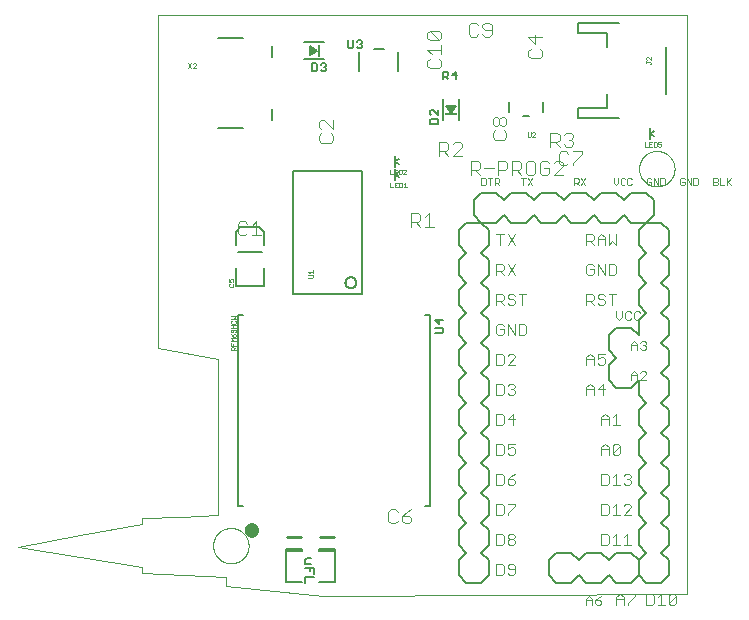
<source format=gto>
G75*
%MOIN*%
%OFA0B0*%
%FSLAX25Y25*%
%IPPOS*%
%LPD*%
%AMOC8*
5,1,8,0,0,1.08239X$1,22.5*
%
%ADD10C,0.00000*%
%ADD11C,0.00400*%
%ADD12C,0.00800*%
%ADD13C,0.00500*%
%ADD14C,0.00100*%
%ADD15C,0.00300*%
%ADD16C,0.00200*%
%ADD17C,0.00600*%
%ADD18R,0.03937X0.00787*%
%ADD19C,0.01000*%
%ADD20C,0.02400*%
%ADD21R,0.00787X0.03937*%
D10*
X0005457Y0022435D02*
X0026291Y0026394D01*
X0046791Y0030019D01*
X0046860Y0031852D01*
X0046930Y0032019D01*
X0059694Y0032505D01*
X0072124Y0032991D01*
X0072100Y0032985D02*
X0072125Y0058990D01*
X0072124Y0058963D02*
X0072124Y0084935D01*
X0052124Y0088685D01*
X0052124Y0199797D01*
X0228374Y0199797D01*
X0228374Y0006741D01*
X0167819Y0006394D01*
X0107263Y0006047D01*
X0074902Y0009419D01*
X0074902Y0012574D01*
X0060805Y0013130D01*
X0046707Y0013685D01*
X0046707Y0015908D01*
X0005457Y0022435D01*
X0070553Y0022850D02*
X0070555Y0023003D01*
X0070561Y0023157D01*
X0070571Y0023310D01*
X0070585Y0023462D01*
X0070603Y0023615D01*
X0070625Y0023766D01*
X0070650Y0023917D01*
X0070680Y0024068D01*
X0070714Y0024218D01*
X0070751Y0024366D01*
X0070792Y0024514D01*
X0070837Y0024660D01*
X0070886Y0024806D01*
X0070939Y0024950D01*
X0070995Y0025092D01*
X0071055Y0025233D01*
X0071119Y0025373D01*
X0071186Y0025511D01*
X0071257Y0025647D01*
X0071332Y0025781D01*
X0071409Y0025913D01*
X0071491Y0026043D01*
X0071575Y0026171D01*
X0071663Y0026297D01*
X0071754Y0026420D01*
X0071848Y0026541D01*
X0071946Y0026659D01*
X0072046Y0026775D01*
X0072150Y0026888D01*
X0072256Y0026999D01*
X0072365Y0027107D01*
X0072477Y0027212D01*
X0072591Y0027313D01*
X0072709Y0027412D01*
X0072828Y0027508D01*
X0072950Y0027601D01*
X0073075Y0027690D01*
X0073202Y0027777D01*
X0073331Y0027859D01*
X0073462Y0027939D01*
X0073595Y0028015D01*
X0073730Y0028088D01*
X0073867Y0028157D01*
X0074006Y0028222D01*
X0074146Y0028284D01*
X0074288Y0028342D01*
X0074431Y0028397D01*
X0074576Y0028448D01*
X0074722Y0028495D01*
X0074869Y0028538D01*
X0075017Y0028577D01*
X0075166Y0028613D01*
X0075316Y0028644D01*
X0075467Y0028672D01*
X0075618Y0028696D01*
X0075771Y0028716D01*
X0075923Y0028732D01*
X0076076Y0028744D01*
X0076229Y0028752D01*
X0076382Y0028756D01*
X0076536Y0028756D01*
X0076689Y0028752D01*
X0076842Y0028744D01*
X0076995Y0028732D01*
X0077147Y0028716D01*
X0077300Y0028696D01*
X0077451Y0028672D01*
X0077602Y0028644D01*
X0077752Y0028613D01*
X0077901Y0028577D01*
X0078049Y0028538D01*
X0078196Y0028495D01*
X0078342Y0028448D01*
X0078487Y0028397D01*
X0078630Y0028342D01*
X0078772Y0028284D01*
X0078912Y0028222D01*
X0079051Y0028157D01*
X0079188Y0028088D01*
X0079323Y0028015D01*
X0079456Y0027939D01*
X0079587Y0027859D01*
X0079716Y0027777D01*
X0079843Y0027690D01*
X0079968Y0027601D01*
X0080090Y0027508D01*
X0080209Y0027412D01*
X0080327Y0027313D01*
X0080441Y0027212D01*
X0080553Y0027107D01*
X0080662Y0026999D01*
X0080768Y0026888D01*
X0080872Y0026775D01*
X0080972Y0026659D01*
X0081070Y0026541D01*
X0081164Y0026420D01*
X0081255Y0026297D01*
X0081343Y0026171D01*
X0081427Y0026043D01*
X0081509Y0025913D01*
X0081586Y0025781D01*
X0081661Y0025647D01*
X0081732Y0025511D01*
X0081799Y0025373D01*
X0081863Y0025233D01*
X0081923Y0025092D01*
X0081979Y0024950D01*
X0082032Y0024806D01*
X0082081Y0024660D01*
X0082126Y0024514D01*
X0082167Y0024366D01*
X0082204Y0024218D01*
X0082238Y0024068D01*
X0082268Y0023917D01*
X0082293Y0023766D01*
X0082315Y0023615D01*
X0082333Y0023462D01*
X0082347Y0023310D01*
X0082357Y0023157D01*
X0082363Y0023003D01*
X0082365Y0022850D01*
X0082363Y0022697D01*
X0082357Y0022543D01*
X0082347Y0022390D01*
X0082333Y0022238D01*
X0082315Y0022085D01*
X0082293Y0021934D01*
X0082268Y0021783D01*
X0082238Y0021632D01*
X0082204Y0021482D01*
X0082167Y0021334D01*
X0082126Y0021186D01*
X0082081Y0021040D01*
X0082032Y0020894D01*
X0081979Y0020750D01*
X0081923Y0020608D01*
X0081863Y0020467D01*
X0081799Y0020327D01*
X0081732Y0020189D01*
X0081661Y0020053D01*
X0081586Y0019919D01*
X0081509Y0019787D01*
X0081427Y0019657D01*
X0081343Y0019529D01*
X0081255Y0019403D01*
X0081164Y0019280D01*
X0081070Y0019159D01*
X0080972Y0019041D01*
X0080872Y0018925D01*
X0080768Y0018812D01*
X0080662Y0018701D01*
X0080553Y0018593D01*
X0080441Y0018488D01*
X0080327Y0018387D01*
X0080209Y0018288D01*
X0080090Y0018192D01*
X0079968Y0018099D01*
X0079843Y0018010D01*
X0079716Y0017923D01*
X0079587Y0017841D01*
X0079456Y0017761D01*
X0079323Y0017685D01*
X0079188Y0017612D01*
X0079051Y0017543D01*
X0078912Y0017478D01*
X0078772Y0017416D01*
X0078630Y0017358D01*
X0078487Y0017303D01*
X0078342Y0017252D01*
X0078196Y0017205D01*
X0078049Y0017162D01*
X0077901Y0017123D01*
X0077752Y0017087D01*
X0077602Y0017056D01*
X0077451Y0017028D01*
X0077300Y0017004D01*
X0077147Y0016984D01*
X0076995Y0016968D01*
X0076842Y0016956D01*
X0076689Y0016948D01*
X0076536Y0016944D01*
X0076382Y0016944D01*
X0076229Y0016948D01*
X0076076Y0016956D01*
X0075923Y0016968D01*
X0075771Y0016984D01*
X0075618Y0017004D01*
X0075467Y0017028D01*
X0075316Y0017056D01*
X0075166Y0017087D01*
X0075017Y0017123D01*
X0074869Y0017162D01*
X0074722Y0017205D01*
X0074576Y0017252D01*
X0074431Y0017303D01*
X0074288Y0017358D01*
X0074146Y0017416D01*
X0074006Y0017478D01*
X0073867Y0017543D01*
X0073730Y0017612D01*
X0073595Y0017685D01*
X0073462Y0017761D01*
X0073331Y0017841D01*
X0073202Y0017923D01*
X0073075Y0018010D01*
X0072950Y0018099D01*
X0072828Y0018192D01*
X0072709Y0018288D01*
X0072591Y0018387D01*
X0072477Y0018488D01*
X0072365Y0018593D01*
X0072256Y0018701D01*
X0072150Y0018812D01*
X0072046Y0018925D01*
X0071946Y0019041D01*
X0071848Y0019159D01*
X0071754Y0019280D01*
X0071663Y0019403D01*
X0071575Y0019529D01*
X0071491Y0019657D01*
X0071409Y0019787D01*
X0071332Y0019919D01*
X0071257Y0020053D01*
X0071186Y0020189D01*
X0071119Y0020327D01*
X0071055Y0020467D01*
X0070995Y0020608D01*
X0070939Y0020750D01*
X0070886Y0020894D01*
X0070837Y0021040D01*
X0070792Y0021186D01*
X0070751Y0021334D01*
X0070714Y0021482D01*
X0070680Y0021632D01*
X0070650Y0021783D01*
X0070625Y0021934D01*
X0070603Y0022085D01*
X0070585Y0022238D01*
X0070571Y0022390D01*
X0070561Y0022543D01*
X0070555Y0022697D01*
X0070553Y0022850D01*
X0212539Y0148504D02*
X0212541Y0148657D01*
X0212547Y0148811D01*
X0212557Y0148964D01*
X0212571Y0149116D01*
X0212589Y0149269D01*
X0212611Y0149420D01*
X0212636Y0149571D01*
X0212666Y0149722D01*
X0212700Y0149872D01*
X0212737Y0150020D01*
X0212778Y0150168D01*
X0212823Y0150314D01*
X0212872Y0150460D01*
X0212925Y0150604D01*
X0212981Y0150746D01*
X0213041Y0150887D01*
X0213105Y0151027D01*
X0213172Y0151165D01*
X0213243Y0151301D01*
X0213318Y0151435D01*
X0213395Y0151567D01*
X0213477Y0151697D01*
X0213561Y0151825D01*
X0213649Y0151951D01*
X0213740Y0152074D01*
X0213834Y0152195D01*
X0213932Y0152313D01*
X0214032Y0152429D01*
X0214136Y0152542D01*
X0214242Y0152653D01*
X0214351Y0152761D01*
X0214463Y0152866D01*
X0214577Y0152967D01*
X0214695Y0153066D01*
X0214814Y0153162D01*
X0214936Y0153255D01*
X0215061Y0153344D01*
X0215188Y0153431D01*
X0215317Y0153513D01*
X0215448Y0153593D01*
X0215581Y0153669D01*
X0215716Y0153742D01*
X0215853Y0153811D01*
X0215992Y0153876D01*
X0216132Y0153938D01*
X0216274Y0153996D01*
X0216417Y0154051D01*
X0216562Y0154102D01*
X0216708Y0154149D01*
X0216855Y0154192D01*
X0217003Y0154231D01*
X0217152Y0154267D01*
X0217302Y0154298D01*
X0217453Y0154326D01*
X0217604Y0154350D01*
X0217757Y0154370D01*
X0217909Y0154386D01*
X0218062Y0154398D01*
X0218215Y0154406D01*
X0218368Y0154410D01*
X0218522Y0154410D01*
X0218675Y0154406D01*
X0218828Y0154398D01*
X0218981Y0154386D01*
X0219133Y0154370D01*
X0219286Y0154350D01*
X0219437Y0154326D01*
X0219588Y0154298D01*
X0219738Y0154267D01*
X0219887Y0154231D01*
X0220035Y0154192D01*
X0220182Y0154149D01*
X0220328Y0154102D01*
X0220473Y0154051D01*
X0220616Y0153996D01*
X0220758Y0153938D01*
X0220898Y0153876D01*
X0221037Y0153811D01*
X0221174Y0153742D01*
X0221309Y0153669D01*
X0221442Y0153593D01*
X0221573Y0153513D01*
X0221702Y0153431D01*
X0221829Y0153344D01*
X0221954Y0153255D01*
X0222076Y0153162D01*
X0222195Y0153066D01*
X0222313Y0152967D01*
X0222427Y0152866D01*
X0222539Y0152761D01*
X0222648Y0152653D01*
X0222754Y0152542D01*
X0222858Y0152429D01*
X0222958Y0152313D01*
X0223056Y0152195D01*
X0223150Y0152074D01*
X0223241Y0151951D01*
X0223329Y0151825D01*
X0223413Y0151697D01*
X0223495Y0151567D01*
X0223572Y0151435D01*
X0223647Y0151301D01*
X0223718Y0151165D01*
X0223785Y0151027D01*
X0223849Y0150887D01*
X0223909Y0150746D01*
X0223965Y0150604D01*
X0224018Y0150460D01*
X0224067Y0150314D01*
X0224112Y0150168D01*
X0224153Y0150020D01*
X0224190Y0149872D01*
X0224224Y0149722D01*
X0224254Y0149571D01*
X0224279Y0149420D01*
X0224301Y0149269D01*
X0224319Y0149116D01*
X0224333Y0148964D01*
X0224343Y0148811D01*
X0224349Y0148657D01*
X0224351Y0148504D01*
X0224349Y0148351D01*
X0224343Y0148197D01*
X0224333Y0148044D01*
X0224319Y0147892D01*
X0224301Y0147739D01*
X0224279Y0147588D01*
X0224254Y0147437D01*
X0224224Y0147286D01*
X0224190Y0147136D01*
X0224153Y0146988D01*
X0224112Y0146840D01*
X0224067Y0146694D01*
X0224018Y0146548D01*
X0223965Y0146404D01*
X0223909Y0146262D01*
X0223849Y0146121D01*
X0223785Y0145981D01*
X0223718Y0145843D01*
X0223647Y0145707D01*
X0223572Y0145573D01*
X0223495Y0145441D01*
X0223413Y0145311D01*
X0223329Y0145183D01*
X0223241Y0145057D01*
X0223150Y0144934D01*
X0223056Y0144813D01*
X0222958Y0144695D01*
X0222858Y0144579D01*
X0222754Y0144466D01*
X0222648Y0144355D01*
X0222539Y0144247D01*
X0222427Y0144142D01*
X0222313Y0144041D01*
X0222195Y0143942D01*
X0222076Y0143846D01*
X0221954Y0143753D01*
X0221829Y0143664D01*
X0221702Y0143577D01*
X0221573Y0143495D01*
X0221442Y0143415D01*
X0221309Y0143339D01*
X0221174Y0143266D01*
X0221037Y0143197D01*
X0220898Y0143132D01*
X0220758Y0143070D01*
X0220616Y0143012D01*
X0220473Y0142957D01*
X0220328Y0142906D01*
X0220182Y0142859D01*
X0220035Y0142816D01*
X0219887Y0142777D01*
X0219738Y0142741D01*
X0219588Y0142710D01*
X0219437Y0142682D01*
X0219286Y0142658D01*
X0219133Y0142638D01*
X0218981Y0142622D01*
X0218828Y0142610D01*
X0218675Y0142602D01*
X0218522Y0142598D01*
X0218368Y0142598D01*
X0218215Y0142602D01*
X0218062Y0142610D01*
X0217909Y0142622D01*
X0217757Y0142638D01*
X0217604Y0142658D01*
X0217453Y0142682D01*
X0217302Y0142710D01*
X0217152Y0142741D01*
X0217003Y0142777D01*
X0216855Y0142816D01*
X0216708Y0142859D01*
X0216562Y0142906D01*
X0216417Y0142957D01*
X0216274Y0143012D01*
X0216132Y0143070D01*
X0215992Y0143132D01*
X0215853Y0143197D01*
X0215716Y0143266D01*
X0215581Y0143339D01*
X0215448Y0143415D01*
X0215317Y0143495D01*
X0215188Y0143577D01*
X0215061Y0143664D01*
X0214936Y0143753D01*
X0214814Y0143846D01*
X0214695Y0143942D01*
X0214577Y0144041D01*
X0214463Y0144142D01*
X0214351Y0144247D01*
X0214242Y0144355D01*
X0214136Y0144466D01*
X0214032Y0144579D01*
X0213932Y0144695D01*
X0213834Y0144813D01*
X0213740Y0144934D01*
X0213649Y0145057D01*
X0213561Y0145183D01*
X0213477Y0145311D01*
X0213395Y0145441D01*
X0213318Y0145573D01*
X0213243Y0145707D01*
X0213172Y0145843D01*
X0213105Y0145981D01*
X0213041Y0146121D01*
X0212981Y0146262D01*
X0212925Y0146404D01*
X0212872Y0146548D01*
X0212823Y0146694D01*
X0212778Y0146840D01*
X0212737Y0146988D01*
X0212700Y0147136D01*
X0212666Y0147286D01*
X0212636Y0147437D01*
X0212611Y0147588D01*
X0212589Y0147739D01*
X0212571Y0147892D01*
X0212557Y0148044D01*
X0212547Y0148197D01*
X0212541Y0148351D01*
X0212539Y0148504D01*
D11*
X0193504Y0153554D02*
X0190435Y0150485D01*
X0190435Y0149717D01*
X0188900Y0150485D02*
X0188133Y0149717D01*
X0186598Y0149717D01*
X0185831Y0150485D01*
X0185831Y0153554D01*
X0186598Y0154321D01*
X0188133Y0154321D01*
X0188900Y0153554D01*
X0190435Y0154321D02*
X0193504Y0154321D01*
X0193504Y0153554D01*
X0190630Y0156654D02*
X0189863Y0155887D01*
X0188328Y0155887D01*
X0187561Y0156654D01*
X0186026Y0155887D02*
X0184491Y0157421D01*
X0185259Y0157421D02*
X0182957Y0157421D01*
X0182957Y0155887D02*
X0182957Y0160490D01*
X0185259Y0160490D01*
X0186026Y0159723D01*
X0186026Y0158188D01*
X0185259Y0157421D01*
X0187561Y0159723D02*
X0188328Y0160490D01*
X0189863Y0160490D01*
X0190630Y0159723D01*
X0190630Y0158956D01*
X0189863Y0158188D01*
X0190630Y0157421D01*
X0190630Y0156654D01*
X0189863Y0158188D02*
X0189095Y0158188D01*
X0186322Y0151054D02*
X0184788Y0151054D01*
X0184020Y0150287D01*
X0182486Y0150287D02*
X0181718Y0151054D01*
X0180184Y0151054D01*
X0179416Y0150287D01*
X0179416Y0147217D01*
X0180184Y0146450D01*
X0181718Y0146450D01*
X0182486Y0147217D01*
X0182486Y0148752D01*
X0180951Y0148752D01*
X0177882Y0147217D02*
X0177882Y0150287D01*
X0177114Y0151054D01*
X0175580Y0151054D01*
X0174812Y0150287D01*
X0174812Y0147217D01*
X0175580Y0146450D01*
X0177114Y0146450D01*
X0177882Y0147217D01*
X0173278Y0146450D02*
X0171743Y0147985D01*
X0172511Y0147985D02*
X0170209Y0147985D01*
X0170209Y0146450D02*
X0170209Y0151054D01*
X0172511Y0151054D01*
X0173278Y0150287D01*
X0173278Y0148752D01*
X0172511Y0147985D01*
X0168674Y0148752D02*
X0167907Y0147985D01*
X0165605Y0147985D01*
X0165605Y0146450D02*
X0165605Y0151054D01*
X0167907Y0151054D01*
X0168674Y0150287D01*
X0168674Y0148752D01*
X0164070Y0148752D02*
X0161001Y0148752D01*
X0159466Y0148752D02*
X0158699Y0147985D01*
X0156397Y0147985D01*
X0157931Y0147985D02*
X0159466Y0146450D01*
X0156397Y0146450D02*
X0156397Y0151054D01*
X0158699Y0151054D01*
X0159466Y0150287D01*
X0159466Y0148752D01*
X0153550Y0152768D02*
X0150481Y0152768D01*
X0153550Y0155838D01*
X0153550Y0156605D01*
X0152783Y0157372D01*
X0151248Y0157372D01*
X0150481Y0156605D01*
X0148946Y0156605D02*
X0148179Y0157372D01*
X0145877Y0157372D01*
X0145877Y0152768D01*
X0145877Y0154303D02*
X0148179Y0154303D01*
X0148946Y0155070D01*
X0148946Y0156605D01*
X0147412Y0154303D02*
X0148946Y0152768D01*
X0163681Y0158945D02*
X0164448Y0158178D01*
X0167518Y0158178D01*
X0168285Y0158945D01*
X0168285Y0160480D01*
X0167518Y0161247D01*
X0167518Y0162781D02*
X0166750Y0162781D01*
X0165983Y0163549D01*
X0165983Y0165083D01*
X0166750Y0165851D01*
X0167518Y0165851D01*
X0168285Y0165083D01*
X0168285Y0163549D01*
X0167518Y0162781D01*
X0165983Y0163549D02*
X0165216Y0162781D01*
X0164448Y0162781D01*
X0163681Y0163549D01*
X0163681Y0165083D01*
X0164448Y0165851D01*
X0165216Y0165851D01*
X0165983Y0165083D01*
X0164448Y0161247D02*
X0163681Y0160480D01*
X0163681Y0158945D01*
X0184020Y0146450D02*
X0187090Y0149519D01*
X0187090Y0150287D01*
X0186322Y0151054D01*
X0187090Y0146450D02*
X0184020Y0146450D01*
X0142648Y0133823D02*
X0142648Y0129219D01*
X0144182Y0129219D02*
X0141113Y0129219D01*
X0139579Y0129219D02*
X0138044Y0130754D01*
X0138811Y0130754D02*
X0136509Y0130754D01*
X0136509Y0129219D02*
X0136509Y0133823D01*
X0138811Y0133823D01*
X0139579Y0133056D01*
X0139579Y0131521D01*
X0138811Y0130754D01*
X0141113Y0132289D02*
X0142648Y0133823D01*
X0110458Y0157945D02*
X0110458Y0159480D01*
X0109691Y0160247D01*
X0110458Y0161782D02*
X0107389Y0164851D01*
X0106621Y0164851D01*
X0105854Y0164084D01*
X0105854Y0162549D01*
X0106621Y0161782D01*
X0106621Y0160247D02*
X0105854Y0159480D01*
X0105854Y0157945D01*
X0106621Y0157178D01*
X0109691Y0157178D01*
X0110458Y0157945D01*
X0110458Y0161782D02*
X0110458Y0164851D01*
X0141996Y0182841D02*
X0142763Y0182074D01*
X0145832Y0182074D01*
X0146600Y0182841D01*
X0146600Y0184376D01*
X0145832Y0185143D01*
X0146600Y0186678D02*
X0146600Y0189747D01*
X0146600Y0188212D02*
X0141996Y0188212D01*
X0143531Y0186678D01*
X0142763Y0185143D02*
X0141996Y0184376D01*
X0141996Y0182841D01*
X0142763Y0191282D02*
X0141996Y0192049D01*
X0141996Y0193584D01*
X0142763Y0194351D01*
X0145832Y0191282D01*
X0146600Y0192049D01*
X0146600Y0193584D01*
X0145832Y0194351D01*
X0142763Y0194351D01*
X0142763Y0191282D02*
X0145832Y0191282D01*
X0155736Y0193327D02*
X0156503Y0192560D01*
X0158038Y0192560D01*
X0158805Y0193327D01*
X0160340Y0193327D02*
X0161107Y0192560D01*
X0162642Y0192560D01*
X0163409Y0193327D01*
X0163409Y0196396D01*
X0162642Y0197163D01*
X0161107Y0197163D01*
X0160340Y0196396D01*
X0160340Y0195629D01*
X0161107Y0194861D01*
X0163409Y0194861D01*
X0158805Y0196396D02*
X0158038Y0197163D01*
X0156503Y0197163D01*
X0155736Y0196396D01*
X0155736Y0193327D01*
X0175666Y0192292D02*
X0177968Y0189990D01*
X0177968Y0193060D01*
X0180270Y0192292D02*
X0175666Y0192292D01*
X0176433Y0188456D02*
X0175666Y0187688D01*
X0175666Y0186154D01*
X0176433Y0185386D01*
X0179502Y0185386D01*
X0180270Y0186154D01*
X0180270Y0187688D01*
X0179502Y0188456D01*
X0086465Y0126385D02*
X0083396Y0126385D01*
X0084931Y0126385D02*
X0084931Y0130989D01*
X0083396Y0129455D01*
X0081861Y0130222D02*
X0081094Y0130989D01*
X0079559Y0130989D01*
X0078792Y0130222D01*
X0078792Y0127153D01*
X0079559Y0126385D01*
X0081094Y0126385D01*
X0081861Y0127153D01*
X0129767Y0034989D02*
X0129000Y0034222D01*
X0129000Y0031153D01*
X0129767Y0030385D01*
X0131302Y0030385D01*
X0132069Y0031153D01*
X0133604Y0031153D02*
X0134371Y0030385D01*
X0135906Y0030385D01*
X0136673Y0031153D01*
X0136673Y0031920D01*
X0135906Y0032687D01*
X0133604Y0032687D01*
X0133604Y0031153D01*
X0133604Y0032687D02*
X0135139Y0034222D01*
X0136673Y0034989D01*
X0132069Y0034222D02*
X0131302Y0034989D01*
X0129767Y0034989D01*
D12*
X0111268Y0021724D02*
X0111268Y0020937D01*
X0105756Y0020937D01*
X0105756Y0021724D01*
X0111268Y0021724D01*
X0110875Y0021330D02*
X0105756Y0021330D01*
X0111268Y0020937D02*
X0111268Y0010701D01*
X0105756Y0010701D01*
X0100245Y0010701D02*
X0094733Y0010701D01*
X0094733Y0020937D01*
X0094733Y0021724D01*
X0100245Y0021724D01*
X0100245Y0020937D01*
X0094733Y0020937D01*
X0095126Y0021330D02*
X0100245Y0021330D01*
X0087524Y0109343D02*
X0078076Y0109343D01*
X0078076Y0115248D01*
X0078076Y0123122D02*
X0078076Y0127453D01*
X0079650Y0129028D01*
X0085950Y0129028D01*
X0087524Y0127453D01*
X0087524Y0123122D01*
X0087524Y0115248D02*
X0087524Y0109343D01*
X0131331Y0144774D02*
X0131331Y0146585D01*
X0132551Y0147506D01*
X0131331Y0148396D02*
X0131331Y0146585D01*
X0131391Y0146485D02*
X0132551Y0145726D01*
X0131131Y0149174D02*
X0131131Y0150985D01*
X0132351Y0151906D01*
X0131131Y0152796D02*
X0131131Y0150985D01*
X0131191Y0150885D02*
X0132351Y0150126D01*
X0147044Y0164748D02*
X0147044Y0171622D01*
X0148225Y0169367D02*
X0151375Y0169367D01*
X0149800Y0167004D01*
X0148225Y0169367D01*
X0149013Y0168973D02*
X0150587Y0168973D01*
X0149800Y0167792D01*
X0149013Y0168973D01*
X0149079Y0168873D02*
X0150521Y0168873D01*
X0149988Y0168074D02*
X0149612Y0168074D01*
X0152556Y0164748D02*
X0152556Y0171622D01*
X0169200Y0170876D02*
X0169200Y0167495D01*
X0173743Y0165995D02*
X0175857Y0165995D01*
X0180400Y0167495D02*
X0180400Y0170876D01*
X0192083Y0168587D02*
X0192083Y0165437D01*
X0205863Y0165437D01*
X0201926Y0168587D02*
X0192083Y0168587D01*
X0201926Y0168587D02*
X0201926Y0173311D01*
X0216131Y0161996D02*
X0216131Y0160185D01*
X0217351Y0161106D01*
X0216131Y0160185D02*
X0216131Y0158374D01*
X0217351Y0159326D02*
X0216191Y0160085D01*
X0221611Y0173311D02*
X0221611Y0189059D01*
X0205863Y0196933D02*
X0192083Y0196933D01*
X0192083Y0193784D01*
X0201926Y0193784D01*
X0201926Y0189059D01*
X0132296Y0187335D02*
X0132296Y0181036D01*
X0127375Y0188319D02*
X0124225Y0188319D01*
X0119304Y0187335D02*
X0119304Y0181036D01*
X0107591Y0185134D02*
X0100717Y0185134D01*
X0102973Y0186315D02*
X0102973Y0189464D01*
X0105335Y0187889D01*
X0102973Y0186315D01*
X0103366Y0187102D02*
X0103366Y0188677D01*
X0104548Y0187889D01*
X0103366Y0187102D01*
X0103366Y0187239D02*
X0103571Y0187239D01*
X0103366Y0188037D02*
X0104326Y0188037D01*
X0107591Y0190645D02*
X0100717Y0190645D01*
X0090263Y0189299D02*
X0090263Y0185755D01*
X0080421Y0192054D02*
X0072153Y0192054D01*
X0090263Y0168432D02*
X0090263Y0164889D01*
X0080421Y0162133D02*
X0072153Y0162133D01*
D13*
X0078800Y0120685D02*
X0086800Y0120685D01*
X0080474Y0099735D02*
X0078899Y0099735D01*
X0078899Y0035956D01*
X0080474Y0035956D01*
X0101301Y0018202D02*
X0101301Y0016701D01*
X0103302Y0016701D01*
X0102802Y0015480D02*
X0102802Y0014479D01*
X0104303Y0015480D02*
X0104303Y0013478D01*
X0104303Y0012257D02*
X0101301Y0012257D01*
X0101301Y0010256D01*
X0101301Y0015480D02*
X0104303Y0015480D01*
X0101301Y0018202D02*
X0101801Y0018703D01*
X0103302Y0018703D01*
X0141104Y0035956D02*
X0142679Y0035956D01*
X0142679Y0099735D01*
X0141104Y0099735D01*
X0152349Y0098000D02*
X0152349Y0093000D01*
X0154849Y0090500D01*
X0152349Y0088000D01*
X0152349Y0083000D01*
X0154849Y0080500D01*
X0152349Y0078000D01*
X0152349Y0073000D01*
X0154849Y0070500D01*
X0152349Y0068000D01*
X0152349Y0063000D01*
X0154849Y0060500D01*
X0152349Y0058000D01*
X0152349Y0053000D01*
X0154849Y0050500D01*
X0152349Y0048000D01*
X0152349Y0043000D01*
X0154849Y0040500D01*
X0152349Y0038000D01*
X0152349Y0033000D01*
X0154849Y0030500D01*
X0152349Y0028000D01*
X0152349Y0023000D01*
X0154849Y0020500D01*
X0152349Y0018000D01*
X0152349Y0013000D01*
X0154849Y0010500D01*
X0159849Y0010500D01*
X0162349Y0013000D01*
X0162349Y0018000D01*
X0159849Y0020500D01*
X0162349Y0023000D01*
X0162349Y0028000D01*
X0159849Y0030500D01*
X0162349Y0033000D01*
X0162349Y0038000D01*
X0159849Y0040500D01*
X0162349Y0043000D01*
X0162349Y0048000D01*
X0159849Y0050500D01*
X0162349Y0053000D01*
X0162349Y0058000D01*
X0159849Y0060500D01*
X0162349Y0063000D01*
X0162349Y0068000D01*
X0159849Y0070500D01*
X0162349Y0073000D01*
X0162349Y0078000D01*
X0159849Y0080500D01*
X0162349Y0083000D01*
X0162349Y0088000D01*
X0159849Y0090500D01*
X0162349Y0093000D01*
X0162349Y0098000D01*
X0159849Y0100500D01*
X0162349Y0103000D01*
X0162349Y0108000D01*
X0159849Y0110500D01*
X0162349Y0113000D01*
X0162349Y0118000D01*
X0159849Y0120500D01*
X0162349Y0123000D01*
X0162349Y0128000D01*
X0159849Y0130500D01*
X0157349Y0133000D01*
X0157349Y0138000D01*
X0159849Y0140500D01*
X0164849Y0140500D01*
X0167349Y0138000D01*
X0169849Y0140500D01*
X0174849Y0140500D01*
X0177349Y0138000D01*
X0179849Y0140500D01*
X0184849Y0140500D01*
X0187349Y0138000D01*
X0189849Y0140500D01*
X0194849Y0140500D01*
X0197349Y0138000D01*
X0199849Y0140500D01*
X0204849Y0140500D01*
X0207349Y0138000D01*
X0209849Y0140500D01*
X0214849Y0140500D01*
X0217349Y0138000D01*
X0217349Y0133000D01*
X0214849Y0130500D01*
X0209849Y0130500D01*
X0207349Y0133000D01*
X0204849Y0130500D01*
X0199849Y0130500D01*
X0197349Y0133000D01*
X0194849Y0130500D01*
X0189849Y0130500D01*
X0187349Y0133000D01*
X0184849Y0130500D01*
X0179849Y0130500D01*
X0177349Y0133000D01*
X0174849Y0130500D01*
X0169849Y0130500D01*
X0167349Y0133000D01*
X0164849Y0130500D01*
X0159849Y0130500D01*
X0154849Y0130500D01*
X0152349Y0128000D01*
X0152349Y0123000D01*
X0154849Y0120500D01*
X0152349Y0118000D01*
X0152349Y0113000D01*
X0154849Y0110500D01*
X0152349Y0108000D01*
X0152349Y0103000D01*
X0154849Y0100500D01*
X0152349Y0098000D01*
X0202349Y0093000D02*
X0202349Y0088000D01*
X0204849Y0085500D01*
X0202349Y0083000D01*
X0202349Y0078000D01*
X0204849Y0075500D01*
X0209849Y0075500D01*
X0212349Y0078000D01*
X0212349Y0073000D01*
X0214849Y0070500D01*
X0212349Y0068000D01*
X0212349Y0063000D01*
X0214849Y0060500D01*
X0212349Y0058000D01*
X0212349Y0053000D01*
X0214849Y0050500D01*
X0212349Y0048000D01*
X0212349Y0043000D01*
X0214849Y0040500D01*
X0212349Y0038000D01*
X0212349Y0033000D01*
X0214849Y0030500D01*
X0212349Y0028000D01*
X0212349Y0023000D01*
X0214849Y0020500D01*
X0212349Y0018000D01*
X0209849Y0020500D01*
X0204849Y0020500D01*
X0202349Y0018000D01*
X0199849Y0020500D01*
X0194849Y0020500D01*
X0192349Y0018000D01*
X0189849Y0020500D01*
X0184849Y0020500D01*
X0182349Y0018000D01*
X0182349Y0013000D01*
X0184849Y0010500D01*
X0189849Y0010500D01*
X0192349Y0013000D01*
X0194849Y0010500D01*
X0199849Y0010500D01*
X0202349Y0013000D01*
X0204849Y0010500D01*
X0209849Y0010500D01*
X0212349Y0013000D01*
X0214849Y0010500D01*
X0219849Y0010500D01*
X0222349Y0013000D01*
X0222349Y0018000D01*
X0219849Y0020500D01*
X0222349Y0023000D01*
X0222349Y0028000D01*
X0219849Y0030500D01*
X0222349Y0033000D01*
X0222349Y0038000D01*
X0219849Y0040500D01*
X0222349Y0043000D01*
X0222349Y0048000D01*
X0219849Y0050500D01*
X0222349Y0053000D01*
X0222349Y0058000D01*
X0219849Y0060500D01*
X0222349Y0063000D01*
X0222349Y0068000D01*
X0219849Y0070500D01*
X0222349Y0073000D01*
X0222349Y0078000D01*
X0219849Y0080500D01*
X0222349Y0083000D01*
X0222349Y0088000D01*
X0219849Y0090500D01*
X0222349Y0093000D01*
X0222349Y0098000D01*
X0219849Y0100500D01*
X0222349Y0103000D01*
X0222349Y0108000D01*
X0219849Y0110500D01*
X0222349Y0113000D01*
X0222349Y0118000D01*
X0219849Y0120500D01*
X0222349Y0123000D01*
X0222349Y0128000D01*
X0219849Y0130500D01*
X0214849Y0130500D01*
X0212349Y0128000D01*
X0212349Y0123000D01*
X0214849Y0120500D01*
X0212349Y0118000D01*
X0212349Y0113000D01*
X0214849Y0110500D01*
X0212349Y0108000D01*
X0212349Y0103000D01*
X0214849Y0100500D01*
X0212349Y0098000D01*
X0212349Y0093000D01*
X0209849Y0095500D01*
X0204849Y0095500D01*
X0202349Y0093000D01*
X0212349Y0018000D02*
X0212349Y0013000D01*
D14*
X0103750Y0112486D02*
X0103750Y0112986D01*
X0103500Y0113236D01*
X0102249Y0113236D01*
X0102749Y0113709D02*
X0102249Y0114209D01*
X0103750Y0114209D01*
X0103750Y0113709D02*
X0103750Y0114710D01*
X0103750Y0112486D02*
X0103500Y0112235D01*
X0102249Y0112235D01*
X0077313Y0111459D02*
X0077313Y0110959D01*
X0077063Y0110709D01*
X0077063Y0110236D02*
X0077313Y0109986D01*
X0077313Y0109486D01*
X0077063Y0109235D01*
X0076062Y0109235D01*
X0075812Y0109486D01*
X0075812Y0109986D01*
X0076062Y0110236D01*
X0075812Y0110709D02*
X0076562Y0110709D01*
X0076312Y0111209D01*
X0076312Y0111459D01*
X0076562Y0111710D01*
X0077063Y0111710D01*
X0077313Y0111459D01*
X0075812Y0111710D02*
X0075812Y0110709D01*
X0129657Y0142285D02*
X0130658Y0142285D01*
X0131130Y0142285D02*
X0132131Y0142285D01*
X0132603Y0142285D02*
X0133354Y0142285D01*
X0133604Y0142536D01*
X0133604Y0143536D01*
X0133354Y0143787D01*
X0132603Y0143787D01*
X0132603Y0142285D01*
X0131631Y0143036D02*
X0131130Y0143036D01*
X0131130Y0143787D02*
X0131130Y0142285D01*
X0129657Y0142285D02*
X0129657Y0143787D01*
X0131130Y0143787D02*
X0132131Y0143787D01*
X0134077Y0143286D02*
X0134577Y0143787D01*
X0134577Y0142285D01*
X0134077Y0142285D02*
X0135078Y0142285D01*
X0134878Y0146685D02*
X0133877Y0146685D01*
X0134878Y0147686D01*
X0134878Y0147936D01*
X0134627Y0148187D01*
X0134127Y0148187D01*
X0133877Y0147936D01*
X0133404Y0147936D02*
X0133154Y0148187D01*
X0132403Y0148187D01*
X0132403Y0146685D01*
X0133154Y0146685D01*
X0133404Y0146936D01*
X0133404Y0147936D01*
X0131931Y0148187D02*
X0130930Y0148187D01*
X0130930Y0146685D01*
X0131931Y0146685D01*
X0131431Y0147436D02*
X0130930Y0147436D01*
X0130458Y0146685D02*
X0129457Y0146685D01*
X0129457Y0148187D01*
X0175403Y0159386D02*
X0175654Y0159135D01*
X0176154Y0159135D01*
X0176404Y0159386D01*
X0176404Y0160637D01*
X0176877Y0160386D02*
X0177127Y0160637D01*
X0177627Y0160637D01*
X0177878Y0160386D01*
X0177878Y0160136D01*
X0176877Y0159135D01*
X0177878Y0159135D01*
X0175403Y0159386D02*
X0175403Y0160637D01*
X0214457Y0157387D02*
X0214457Y0155885D01*
X0215458Y0155885D01*
X0215930Y0155885D02*
X0216931Y0155885D01*
X0217403Y0155885D02*
X0218154Y0155885D01*
X0218404Y0156136D01*
X0218404Y0157136D01*
X0218154Y0157387D01*
X0217403Y0157387D01*
X0217403Y0155885D01*
X0216431Y0156636D02*
X0215930Y0156636D01*
X0215930Y0157387D02*
X0215930Y0155885D01*
X0215930Y0157387D02*
X0216931Y0157387D01*
X0218877Y0157387D02*
X0218877Y0156636D01*
X0219377Y0156886D01*
X0219627Y0156886D01*
X0219878Y0156636D01*
X0219878Y0156136D01*
X0219627Y0155885D01*
X0219127Y0155885D01*
X0218877Y0156136D01*
X0218877Y0157387D02*
X0219878Y0157387D01*
X0216100Y0183289D02*
X0216350Y0183539D01*
X0216350Y0183789D01*
X0216100Y0184040D01*
X0214849Y0184040D01*
X0214849Y0184290D02*
X0214849Y0183789D01*
X0215099Y0184762D02*
X0214849Y0185012D01*
X0214849Y0185513D01*
X0215099Y0185763D01*
X0215349Y0185763D01*
X0216350Y0184762D01*
X0216350Y0185763D01*
X0064795Y0183395D02*
X0064545Y0183645D01*
X0064044Y0183645D01*
X0063794Y0183395D01*
X0063322Y0183645D02*
X0062321Y0182144D01*
X0063322Y0182144D02*
X0062321Y0183645D01*
X0063794Y0182144D02*
X0064795Y0183145D01*
X0064795Y0183395D01*
X0064795Y0182144D02*
X0063794Y0182144D01*
D15*
X0164999Y0126853D02*
X0167468Y0126853D01*
X0168682Y0126853D02*
X0171151Y0123150D01*
X0168682Y0123150D02*
X0171151Y0126853D01*
X0166233Y0126853D02*
X0166233Y0123150D01*
X0166851Y0116853D02*
X0167468Y0116236D01*
X0167468Y0115002D01*
X0166851Y0114384D01*
X0164999Y0114384D01*
X0164999Y0113150D02*
X0164999Y0116853D01*
X0166851Y0116853D01*
X0168682Y0116853D02*
X0171151Y0113150D01*
X0168682Y0113150D02*
X0171151Y0116853D01*
X0167468Y0113150D02*
X0166233Y0114384D01*
X0166851Y0106853D02*
X0167468Y0106236D01*
X0167468Y0105002D01*
X0166851Y0104384D01*
X0164999Y0104384D01*
X0164999Y0103150D02*
X0164999Y0106853D01*
X0166851Y0106853D01*
X0168682Y0106236D02*
X0168682Y0105619D01*
X0169299Y0105002D01*
X0170534Y0105002D01*
X0171151Y0104384D01*
X0171151Y0103767D01*
X0170534Y0103150D01*
X0169299Y0103150D01*
X0168682Y0103767D01*
X0167468Y0103150D02*
X0166233Y0104384D01*
X0168682Y0106236D02*
X0169299Y0106853D01*
X0170534Y0106853D01*
X0171151Y0106236D01*
X0172365Y0106853D02*
X0174834Y0106853D01*
X0173600Y0106853D02*
X0173600Y0103150D01*
X0174217Y0096853D02*
X0172365Y0096853D01*
X0172365Y0093150D01*
X0174217Y0093150D01*
X0174834Y0093767D01*
X0174834Y0096236D01*
X0174217Y0096853D01*
X0171151Y0096853D02*
X0171151Y0093150D01*
X0168682Y0096853D01*
X0168682Y0093150D01*
X0167468Y0093767D02*
X0167468Y0095002D01*
X0166233Y0095002D01*
X0164999Y0096236D02*
X0164999Y0093767D01*
X0165616Y0093150D01*
X0166851Y0093150D01*
X0167468Y0093767D01*
X0167468Y0096236D02*
X0166851Y0096853D01*
X0165616Y0096853D01*
X0164999Y0096236D01*
X0164999Y0086853D02*
X0166851Y0086853D01*
X0167468Y0086236D01*
X0167468Y0083767D01*
X0166851Y0083150D01*
X0164999Y0083150D01*
X0164999Y0086853D01*
X0168682Y0086236D02*
X0169299Y0086853D01*
X0170534Y0086853D01*
X0171151Y0086236D01*
X0171151Y0085619D01*
X0168682Y0083150D01*
X0171151Y0083150D01*
X0170534Y0076853D02*
X0169299Y0076853D01*
X0168682Y0076236D01*
X0167468Y0076236D02*
X0166851Y0076853D01*
X0164999Y0076853D01*
X0164999Y0073150D01*
X0166851Y0073150D01*
X0167468Y0073767D01*
X0167468Y0076236D01*
X0169917Y0075002D02*
X0170534Y0075002D01*
X0171151Y0074384D01*
X0171151Y0073767D01*
X0170534Y0073150D01*
X0169299Y0073150D01*
X0168682Y0073767D01*
X0170534Y0075002D02*
X0171151Y0075619D01*
X0171151Y0076236D01*
X0170534Y0076853D01*
X0170534Y0066853D02*
X0168682Y0065002D01*
X0171151Y0065002D01*
X0170534Y0066853D02*
X0170534Y0063150D01*
X0167468Y0063767D02*
X0167468Y0066236D01*
X0166851Y0066853D01*
X0164999Y0066853D01*
X0164999Y0063150D01*
X0166851Y0063150D01*
X0167468Y0063767D01*
X0166851Y0056853D02*
X0164999Y0056853D01*
X0164999Y0053150D01*
X0166851Y0053150D01*
X0167468Y0053767D01*
X0167468Y0056236D01*
X0166851Y0056853D01*
X0168682Y0056853D02*
X0168682Y0055002D01*
X0169917Y0055619D01*
X0170534Y0055619D01*
X0171151Y0055002D01*
X0171151Y0053767D01*
X0170534Y0053150D01*
X0169299Y0053150D01*
X0168682Y0053767D01*
X0168682Y0056853D02*
X0171151Y0056853D01*
X0171151Y0046853D02*
X0169917Y0046236D01*
X0168682Y0045002D01*
X0170534Y0045002D01*
X0171151Y0044384D01*
X0171151Y0043767D01*
X0170534Y0043150D01*
X0169299Y0043150D01*
X0168682Y0043767D01*
X0168682Y0045002D01*
X0167468Y0043767D02*
X0167468Y0046236D01*
X0166851Y0046853D01*
X0164999Y0046853D01*
X0164999Y0043150D01*
X0166851Y0043150D01*
X0167468Y0043767D01*
X0166851Y0036853D02*
X0164999Y0036853D01*
X0164999Y0033150D01*
X0166851Y0033150D01*
X0167468Y0033767D01*
X0167468Y0036236D01*
X0166851Y0036853D01*
X0168682Y0036853D02*
X0171151Y0036853D01*
X0171151Y0036236D01*
X0168682Y0033767D01*
X0168682Y0033150D01*
X0169299Y0026853D02*
X0170534Y0026853D01*
X0171151Y0026236D01*
X0171151Y0025619D01*
X0170534Y0025002D01*
X0169299Y0025002D01*
X0168682Y0025619D01*
X0168682Y0026236D01*
X0169299Y0026853D01*
X0169299Y0025002D02*
X0168682Y0024384D01*
X0168682Y0023767D01*
X0169299Y0023150D01*
X0170534Y0023150D01*
X0171151Y0023767D01*
X0171151Y0024384D01*
X0170534Y0025002D01*
X0167468Y0023767D02*
X0167468Y0026236D01*
X0166851Y0026853D01*
X0164999Y0026853D01*
X0164999Y0023150D01*
X0166851Y0023150D01*
X0167468Y0023767D01*
X0166851Y0016853D02*
X0164999Y0016853D01*
X0164999Y0013150D01*
X0166851Y0013150D01*
X0167468Y0013767D01*
X0167468Y0016236D01*
X0166851Y0016853D01*
X0168682Y0016236D02*
X0168682Y0015619D01*
X0169299Y0015002D01*
X0171151Y0015002D01*
X0171151Y0016236D02*
X0170534Y0016853D01*
X0169299Y0016853D01*
X0168682Y0016236D01*
X0168682Y0013767D02*
X0169299Y0013150D01*
X0170534Y0013150D01*
X0171151Y0013767D01*
X0171151Y0016236D01*
X0194999Y0005085D02*
X0194999Y0003150D01*
X0194999Y0004601D02*
X0196934Y0004601D01*
X0196934Y0005085D02*
X0196934Y0003150D01*
X0197946Y0003634D02*
X0198429Y0003150D01*
X0199397Y0003150D01*
X0199881Y0003634D01*
X0199881Y0004117D01*
X0199397Y0004601D01*
X0197946Y0004601D01*
X0197946Y0003634D01*
X0197946Y0004601D02*
X0198913Y0005569D01*
X0199881Y0006052D01*
X0196934Y0005085D02*
X0195967Y0006052D01*
X0194999Y0005085D01*
X0204999Y0005002D02*
X0207468Y0005002D01*
X0207468Y0005619D02*
X0207468Y0003150D01*
X0208682Y0003150D02*
X0208682Y0003767D01*
X0211151Y0006236D01*
X0211151Y0006853D01*
X0208682Y0006853D01*
X0207468Y0005619D02*
X0206233Y0006853D01*
X0204999Y0005619D01*
X0204999Y0003150D01*
X0214999Y0003150D02*
X0216851Y0003150D01*
X0217468Y0003767D01*
X0217468Y0006236D01*
X0216851Y0006853D01*
X0214999Y0006853D01*
X0214999Y0003150D01*
X0218682Y0003150D02*
X0221151Y0003150D01*
X0219917Y0003150D02*
X0219917Y0006853D01*
X0218682Y0005619D01*
X0222365Y0006236D02*
X0222365Y0003767D01*
X0224834Y0006236D01*
X0224834Y0003767D01*
X0224217Y0003150D01*
X0222983Y0003150D01*
X0222365Y0003767D01*
X0222365Y0006236D02*
X0222983Y0006853D01*
X0224217Y0006853D01*
X0224834Y0006236D01*
X0209834Y0023150D02*
X0207365Y0023150D01*
X0206151Y0023150D02*
X0203682Y0023150D01*
X0204917Y0023150D02*
X0204917Y0026853D01*
X0203682Y0025619D01*
X0202468Y0026236D02*
X0201851Y0026853D01*
X0199999Y0026853D01*
X0199999Y0023150D01*
X0201851Y0023150D01*
X0202468Y0023767D01*
X0202468Y0026236D01*
X0207365Y0025619D02*
X0208600Y0026853D01*
X0208600Y0023150D01*
X0209834Y0033150D02*
X0207365Y0033150D01*
X0209834Y0035619D01*
X0209834Y0036236D01*
X0209217Y0036853D01*
X0207983Y0036853D01*
X0207365Y0036236D01*
X0204917Y0036853D02*
X0204917Y0033150D01*
X0206151Y0033150D02*
X0203682Y0033150D01*
X0202468Y0033767D02*
X0202468Y0036236D01*
X0201851Y0036853D01*
X0199999Y0036853D01*
X0199999Y0033150D01*
X0201851Y0033150D01*
X0202468Y0033767D01*
X0203682Y0035619D02*
X0204917Y0036853D01*
X0204917Y0043150D02*
X0204917Y0046853D01*
X0203682Y0045619D01*
X0202468Y0046236D02*
X0201851Y0046853D01*
X0199999Y0046853D01*
X0199999Y0043150D01*
X0201851Y0043150D01*
X0202468Y0043767D01*
X0202468Y0046236D01*
X0203682Y0043150D02*
X0206151Y0043150D01*
X0207365Y0043767D02*
X0207983Y0043150D01*
X0209217Y0043150D01*
X0209834Y0043767D01*
X0209834Y0044384D01*
X0209217Y0045002D01*
X0208600Y0045002D01*
X0209217Y0045002D02*
X0209834Y0045619D01*
X0209834Y0046236D01*
X0209217Y0046853D01*
X0207983Y0046853D01*
X0207365Y0046236D01*
X0205534Y0053150D02*
X0204299Y0053150D01*
X0203682Y0053767D01*
X0206151Y0056236D01*
X0206151Y0053767D01*
X0205534Y0053150D01*
X0203682Y0053767D02*
X0203682Y0056236D01*
X0204299Y0056853D01*
X0205534Y0056853D01*
X0206151Y0056236D01*
X0202468Y0055619D02*
X0202468Y0053150D01*
X0202468Y0055002D02*
X0199999Y0055002D01*
X0199999Y0055619D02*
X0201233Y0056853D01*
X0202468Y0055619D01*
X0199999Y0055619D02*
X0199999Y0053150D01*
X0199999Y0063150D02*
X0199999Y0065619D01*
X0201233Y0066853D01*
X0202468Y0065619D01*
X0202468Y0063150D01*
X0203682Y0063150D02*
X0206151Y0063150D01*
X0204917Y0063150D02*
X0204917Y0066853D01*
X0203682Y0065619D01*
X0202468Y0065002D02*
X0199999Y0065002D01*
X0200534Y0073150D02*
X0200534Y0076853D01*
X0198682Y0075002D01*
X0201151Y0075002D01*
X0197468Y0075002D02*
X0194999Y0075002D01*
X0194999Y0075619D02*
X0196233Y0076853D01*
X0197468Y0075619D01*
X0197468Y0073150D01*
X0194999Y0073150D02*
X0194999Y0075619D01*
X0194999Y0083150D02*
X0194999Y0085619D01*
X0196233Y0086853D01*
X0197468Y0085619D01*
X0197468Y0083150D01*
X0198682Y0083767D02*
X0199299Y0083150D01*
X0200534Y0083150D01*
X0201151Y0083767D01*
X0201151Y0085002D01*
X0200534Y0085619D01*
X0199917Y0085619D01*
X0198682Y0085002D01*
X0198682Y0086853D01*
X0201151Y0086853D01*
X0197468Y0085002D02*
X0194999Y0085002D01*
X0209999Y0088150D02*
X0209999Y0090085D01*
X0210967Y0091052D01*
X0211934Y0090085D01*
X0211934Y0088150D01*
X0212946Y0088634D02*
X0213429Y0088150D01*
X0214397Y0088150D01*
X0214881Y0088634D01*
X0214881Y0089117D01*
X0214397Y0089601D01*
X0213913Y0089601D01*
X0214397Y0089601D02*
X0214881Y0090085D01*
X0214881Y0090569D01*
X0214397Y0091052D01*
X0213429Y0091052D01*
X0212946Y0090569D01*
X0211934Y0089601D02*
X0209999Y0089601D01*
X0209397Y0098150D02*
X0208429Y0098150D01*
X0207946Y0098634D01*
X0207946Y0100569D01*
X0208429Y0101052D01*
X0209397Y0101052D01*
X0209881Y0100569D01*
X0210892Y0100569D02*
X0210892Y0098634D01*
X0211376Y0098150D01*
X0212343Y0098150D01*
X0212827Y0098634D01*
X0212827Y0100569D02*
X0212343Y0101052D01*
X0211376Y0101052D01*
X0210892Y0100569D01*
X0209881Y0098634D02*
X0209397Y0098150D01*
X0206934Y0099117D02*
X0206934Y0101052D01*
X0206934Y0099117D02*
X0205967Y0098150D01*
X0204999Y0099117D01*
X0204999Y0101052D01*
X0203600Y0103150D02*
X0203600Y0106853D01*
X0204834Y0106853D02*
X0202365Y0106853D01*
X0201151Y0106236D02*
X0200534Y0106853D01*
X0199299Y0106853D01*
X0198682Y0106236D01*
X0198682Y0105619D01*
X0199299Y0105002D01*
X0200534Y0105002D01*
X0201151Y0104384D01*
X0201151Y0103767D01*
X0200534Y0103150D01*
X0199299Y0103150D01*
X0198682Y0103767D01*
X0197468Y0103150D02*
X0196233Y0104384D01*
X0196851Y0104384D02*
X0194999Y0104384D01*
X0194999Y0103150D02*
X0194999Y0106853D01*
X0196851Y0106853D01*
X0197468Y0106236D01*
X0197468Y0105002D01*
X0196851Y0104384D01*
X0196851Y0113150D02*
X0195616Y0113150D01*
X0194999Y0113767D01*
X0194999Y0116236D01*
X0195616Y0116853D01*
X0196851Y0116853D01*
X0197468Y0116236D01*
X0197468Y0115002D02*
X0196233Y0115002D01*
X0197468Y0115002D02*
X0197468Y0113767D01*
X0196851Y0113150D01*
X0198682Y0113150D02*
X0198682Y0116853D01*
X0201151Y0113150D01*
X0201151Y0116853D01*
X0202365Y0116853D02*
X0204217Y0116853D01*
X0204834Y0116236D01*
X0204834Y0113767D01*
X0204217Y0113150D01*
X0202365Y0113150D01*
X0202365Y0116853D01*
X0202365Y0123150D02*
X0203600Y0124384D01*
X0204834Y0123150D01*
X0204834Y0126853D01*
X0202365Y0126853D02*
X0202365Y0123150D01*
X0201151Y0123150D02*
X0201151Y0125619D01*
X0199917Y0126853D01*
X0198682Y0125619D01*
X0198682Y0123150D01*
X0197468Y0123150D02*
X0196233Y0124384D01*
X0196851Y0124384D02*
X0194999Y0124384D01*
X0194999Y0123150D02*
X0194999Y0126853D01*
X0196851Y0126853D01*
X0197468Y0126236D01*
X0197468Y0125002D01*
X0196851Y0124384D01*
X0198682Y0125002D02*
X0201151Y0125002D01*
X0210967Y0081052D02*
X0211934Y0080085D01*
X0211934Y0078150D01*
X0212946Y0078150D02*
X0214881Y0080085D01*
X0214881Y0080569D01*
X0214397Y0081052D01*
X0213429Y0081052D01*
X0212946Y0080569D01*
X0211934Y0079601D02*
X0209999Y0079601D01*
X0209999Y0080085D02*
X0210967Y0081052D01*
X0209999Y0080085D02*
X0209999Y0078150D01*
X0212946Y0078150D02*
X0214881Y0078150D01*
D16*
X0215563Y0143100D02*
X0216297Y0143100D01*
X0216664Y0143467D01*
X0216664Y0144201D01*
X0215930Y0144201D01*
X0215196Y0144935D02*
X0215196Y0143467D01*
X0215563Y0143100D01*
X0217406Y0143100D02*
X0217406Y0145302D01*
X0218874Y0143100D01*
X0218874Y0145302D01*
X0219616Y0145302D02*
X0220717Y0145302D01*
X0221084Y0144935D01*
X0221084Y0143467D01*
X0220717Y0143100D01*
X0219616Y0143100D01*
X0219616Y0145302D01*
X0216664Y0144935D02*
X0216297Y0145302D01*
X0215563Y0145302D01*
X0215196Y0144935D01*
X0210034Y0144935D02*
X0209667Y0145302D01*
X0208933Y0145302D01*
X0208566Y0144935D01*
X0208566Y0143467D01*
X0208933Y0143100D01*
X0209667Y0143100D01*
X0210034Y0143467D01*
X0207824Y0143467D02*
X0207457Y0143100D01*
X0206724Y0143100D01*
X0206357Y0143467D01*
X0206357Y0144935D01*
X0206724Y0145302D01*
X0207457Y0145302D01*
X0207824Y0144935D01*
X0205615Y0145302D02*
X0205615Y0143834D01*
X0204881Y0143100D01*
X0204147Y0143834D01*
X0204147Y0145302D01*
X0194565Y0145302D02*
X0193097Y0143100D01*
X0192355Y0143100D02*
X0191621Y0143834D01*
X0191988Y0143834D02*
X0190887Y0143834D01*
X0190887Y0143100D02*
X0190887Y0145302D01*
X0191988Y0145302D01*
X0192355Y0144935D01*
X0192355Y0144201D01*
X0191988Y0143834D01*
X0193097Y0145302D02*
X0194565Y0143100D01*
X0176886Y0143100D02*
X0175418Y0145302D01*
X0174676Y0145302D02*
X0173208Y0145302D01*
X0173942Y0145302D02*
X0173942Y0143100D01*
X0175418Y0143100D02*
X0176886Y0145302D01*
X0165837Y0144935D02*
X0165837Y0144201D01*
X0165470Y0143834D01*
X0164369Y0143834D01*
X0165103Y0143834D02*
X0165837Y0143100D01*
X0164369Y0143100D02*
X0164369Y0145302D01*
X0165470Y0145302D01*
X0165837Y0144935D01*
X0163627Y0145302D02*
X0162159Y0145302D01*
X0162893Y0145302D02*
X0162893Y0143100D01*
X0161417Y0143467D02*
X0161417Y0144935D01*
X0161050Y0145302D01*
X0159949Y0145302D01*
X0159949Y0143100D01*
X0161050Y0143100D01*
X0161417Y0143467D01*
X0226245Y0143467D02*
X0226612Y0143100D01*
X0227346Y0143100D01*
X0227713Y0143467D01*
X0227713Y0144201D01*
X0226979Y0144201D01*
X0226245Y0144935D02*
X0226245Y0143467D01*
X0226245Y0144935D02*
X0226612Y0145302D01*
X0227346Y0145302D01*
X0227713Y0144935D01*
X0228455Y0145302D02*
X0229923Y0143100D01*
X0229923Y0145302D01*
X0230665Y0145302D02*
X0231766Y0145302D01*
X0232133Y0144935D01*
X0232133Y0143467D01*
X0231766Y0143100D01*
X0230665Y0143100D01*
X0230665Y0145302D01*
X0228455Y0145302D02*
X0228455Y0143100D01*
X0237295Y0143100D02*
X0238396Y0143100D01*
X0238763Y0143467D01*
X0238763Y0143834D01*
X0238396Y0144201D01*
X0237295Y0144201D01*
X0238396Y0144201D02*
X0238763Y0144568D01*
X0238763Y0144935D01*
X0238396Y0145302D01*
X0237295Y0145302D01*
X0237295Y0143100D01*
X0239505Y0143100D02*
X0239505Y0145302D01*
X0239505Y0143100D02*
X0240973Y0143100D01*
X0241715Y0143100D02*
X0241715Y0145302D01*
X0242082Y0144201D02*
X0243183Y0143100D01*
X0241715Y0143834D02*
X0243183Y0145302D01*
X0078037Y0099296D02*
X0077570Y0098829D01*
X0078037Y0098362D01*
X0076636Y0098362D01*
X0076869Y0097823D02*
X0076636Y0097589D01*
X0076636Y0097122D01*
X0076869Y0096889D01*
X0077804Y0096889D01*
X0078037Y0097122D01*
X0078037Y0097589D01*
X0077804Y0097823D01*
X0078037Y0099296D02*
X0076636Y0099296D01*
X0076636Y0096349D02*
X0078037Y0096349D01*
X0077337Y0096349D02*
X0077337Y0095415D01*
X0077337Y0094876D02*
X0077337Y0094176D01*
X0077103Y0093942D01*
X0076869Y0093942D01*
X0076636Y0094176D01*
X0076636Y0094643D01*
X0076869Y0094876D01*
X0077804Y0094876D01*
X0078037Y0094643D01*
X0078037Y0094176D01*
X0077804Y0093942D01*
X0077804Y0093403D02*
X0077570Y0093403D01*
X0077337Y0093169D01*
X0077337Y0092469D01*
X0077804Y0092469D01*
X0078037Y0092702D01*
X0078037Y0093169D01*
X0077804Y0093403D01*
X0077337Y0092469D02*
X0076869Y0092936D01*
X0076636Y0093403D01*
X0076636Y0091930D02*
X0078037Y0091930D01*
X0078037Y0090996D02*
X0076636Y0090996D01*
X0077103Y0091463D01*
X0076636Y0091930D01*
X0076636Y0090456D02*
X0076636Y0089522D01*
X0078037Y0089522D01*
X0078037Y0088983D02*
X0077570Y0088516D01*
X0077570Y0088750D02*
X0077570Y0088049D01*
X0078037Y0088049D02*
X0076636Y0088049D01*
X0076636Y0088750D01*
X0076869Y0088983D01*
X0077337Y0088983D01*
X0077570Y0088750D01*
X0077337Y0089522D02*
X0077337Y0089989D01*
X0078037Y0095415D02*
X0076636Y0095415D01*
D17*
X0097284Y0106713D02*
X0120316Y0106713D01*
X0120316Y0147658D01*
X0097284Y0147658D01*
X0097284Y0106713D01*
X0114668Y0110552D02*
X0114670Y0110637D01*
X0114676Y0110721D01*
X0114686Y0110806D01*
X0114700Y0110889D01*
X0114717Y0110972D01*
X0114739Y0111054D01*
X0114765Y0111135D01*
X0114794Y0111215D01*
X0114827Y0111293D01*
X0114863Y0111369D01*
X0114903Y0111444D01*
X0114947Y0111517D01*
X0114994Y0111588D01*
X0115044Y0111656D01*
X0115097Y0111722D01*
X0115154Y0111785D01*
X0115213Y0111846D01*
X0115275Y0111904D01*
X0115340Y0111959D01*
X0115407Y0112011D01*
X0115476Y0112059D01*
X0115548Y0112104D01*
X0115622Y0112146D01*
X0115698Y0112184D01*
X0115775Y0112219D01*
X0115854Y0112250D01*
X0115934Y0112278D01*
X0116016Y0112301D01*
X0116098Y0112321D01*
X0116181Y0112337D01*
X0116265Y0112349D01*
X0116350Y0112357D01*
X0116435Y0112361D01*
X0116519Y0112361D01*
X0116604Y0112357D01*
X0116689Y0112349D01*
X0116773Y0112337D01*
X0116856Y0112321D01*
X0116938Y0112301D01*
X0117020Y0112278D01*
X0117100Y0112250D01*
X0117179Y0112219D01*
X0117256Y0112184D01*
X0117332Y0112146D01*
X0117406Y0112104D01*
X0117478Y0112059D01*
X0117547Y0112011D01*
X0117614Y0111959D01*
X0117679Y0111904D01*
X0117741Y0111846D01*
X0117800Y0111785D01*
X0117857Y0111722D01*
X0117910Y0111656D01*
X0117960Y0111588D01*
X0118007Y0111517D01*
X0118051Y0111444D01*
X0118091Y0111369D01*
X0118127Y0111293D01*
X0118160Y0111215D01*
X0118189Y0111135D01*
X0118215Y0111054D01*
X0118237Y0110972D01*
X0118254Y0110889D01*
X0118268Y0110806D01*
X0118278Y0110721D01*
X0118284Y0110637D01*
X0118286Y0110552D01*
X0118284Y0110467D01*
X0118278Y0110383D01*
X0118268Y0110298D01*
X0118254Y0110215D01*
X0118237Y0110132D01*
X0118215Y0110050D01*
X0118189Y0109969D01*
X0118160Y0109889D01*
X0118127Y0109811D01*
X0118091Y0109735D01*
X0118051Y0109660D01*
X0118007Y0109587D01*
X0117960Y0109516D01*
X0117910Y0109448D01*
X0117857Y0109382D01*
X0117800Y0109319D01*
X0117741Y0109258D01*
X0117679Y0109200D01*
X0117614Y0109145D01*
X0117547Y0109093D01*
X0117478Y0109045D01*
X0117406Y0109000D01*
X0117332Y0108958D01*
X0117256Y0108920D01*
X0117179Y0108885D01*
X0117100Y0108854D01*
X0117020Y0108826D01*
X0116938Y0108803D01*
X0116856Y0108783D01*
X0116773Y0108767D01*
X0116689Y0108755D01*
X0116604Y0108747D01*
X0116519Y0108743D01*
X0116435Y0108743D01*
X0116350Y0108747D01*
X0116265Y0108755D01*
X0116181Y0108767D01*
X0116098Y0108783D01*
X0116016Y0108803D01*
X0115934Y0108826D01*
X0115854Y0108854D01*
X0115775Y0108885D01*
X0115698Y0108920D01*
X0115622Y0108958D01*
X0115548Y0109000D01*
X0115476Y0109045D01*
X0115407Y0109093D01*
X0115340Y0109145D01*
X0115275Y0109200D01*
X0115213Y0109258D01*
X0115154Y0109319D01*
X0115097Y0109382D01*
X0115044Y0109448D01*
X0114994Y0109516D01*
X0114947Y0109587D01*
X0114903Y0109660D01*
X0114863Y0109735D01*
X0114827Y0109811D01*
X0114794Y0109889D01*
X0114765Y0109969D01*
X0114739Y0110050D01*
X0114717Y0110132D01*
X0114700Y0110215D01*
X0114686Y0110298D01*
X0114676Y0110383D01*
X0114670Y0110467D01*
X0114668Y0110552D01*
X0144551Y0097996D02*
X0145853Y0096695D01*
X0145853Y0098430D01*
X0147154Y0097996D02*
X0144551Y0097996D01*
X0144551Y0095483D02*
X0146720Y0095483D01*
X0147154Y0095050D01*
X0147154Y0094182D01*
X0146720Y0093748D01*
X0144551Y0093748D01*
X0145500Y0163485D02*
X0142898Y0163485D01*
X0142898Y0164787D01*
X0143331Y0165220D01*
X0145066Y0165220D01*
X0145500Y0164787D01*
X0145500Y0163485D01*
X0145500Y0166432D02*
X0143765Y0168167D01*
X0143331Y0168167D01*
X0142898Y0167733D01*
X0142898Y0166866D01*
X0143331Y0166432D01*
X0145500Y0166432D02*
X0145500Y0168167D01*
X0147211Y0178286D02*
X0147211Y0180888D01*
X0148512Y0180888D01*
X0148946Y0180454D01*
X0148946Y0179587D01*
X0148512Y0179153D01*
X0147211Y0179153D01*
X0148078Y0179153D02*
X0148946Y0178286D01*
X0150157Y0179587D02*
X0151892Y0179587D01*
X0151459Y0180888D02*
X0150157Y0179587D01*
X0151459Y0178286D02*
X0151459Y0180888D01*
X0120232Y0189087D02*
X0119798Y0188653D01*
X0118931Y0188653D01*
X0118497Y0189087D01*
X0117285Y0189087D02*
X0117285Y0191255D01*
X0118497Y0190821D02*
X0118931Y0191255D01*
X0119798Y0191255D01*
X0120232Y0190821D01*
X0120232Y0190388D01*
X0119798Y0189954D01*
X0120232Y0189520D01*
X0120232Y0189087D01*
X0119798Y0189954D02*
X0119364Y0189954D01*
X0117285Y0189087D02*
X0116852Y0188653D01*
X0115984Y0188653D01*
X0115550Y0189087D01*
X0115550Y0191255D01*
X0107808Y0183592D02*
X0108242Y0183158D01*
X0108242Y0182724D01*
X0107808Y0182291D01*
X0108242Y0181857D01*
X0108242Y0181423D01*
X0107808Y0180989D01*
X0106941Y0180989D01*
X0106507Y0181423D01*
X0105296Y0181423D02*
X0105296Y0183158D01*
X0104862Y0183592D01*
X0103561Y0183592D01*
X0103561Y0180989D01*
X0104862Y0180989D01*
X0105296Y0181423D01*
X0106507Y0183158D02*
X0106941Y0183592D01*
X0107808Y0183592D01*
X0107808Y0182291D02*
X0107375Y0182291D01*
D18*
X0149800Y0166611D03*
D19*
X0110751Y0025819D02*
X0106251Y0025819D01*
X0099751Y0025819D02*
X0095251Y0025819D01*
D20*
X0082049Y0028082D02*
X0082051Y0028151D01*
X0082057Y0028219D01*
X0082067Y0028287D01*
X0082081Y0028354D01*
X0082099Y0028421D01*
X0082120Y0028486D01*
X0082146Y0028550D01*
X0082175Y0028612D01*
X0082207Y0028672D01*
X0082243Y0028731D01*
X0082283Y0028787D01*
X0082325Y0028841D01*
X0082371Y0028892D01*
X0082420Y0028941D01*
X0082471Y0028987D01*
X0082525Y0029029D01*
X0082581Y0029069D01*
X0082639Y0029105D01*
X0082700Y0029137D01*
X0082762Y0029166D01*
X0082826Y0029192D01*
X0082891Y0029213D01*
X0082958Y0029231D01*
X0083025Y0029245D01*
X0083093Y0029255D01*
X0083161Y0029261D01*
X0083230Y0029263D01*
X0083299Y0029261D01*
X0083367Y0029255D01*
X0083435Y0029245D01*
X0083502Y0029231D01*
X0083569Y0029213D01*
X0083634Y0029192D01*
X0083698Y0029166D01*
X0083760Y0029137D01*
X0083820Y0029105D01*
X0083879Y0029069D01*
X0083935Y0029029D01*
X0083989Y0028987D01*
X0084040Y0028941D01*
X0084089Y0028892D01*
X0084135Y0028841D01*
X0084177Y0028787D01*
X0084217Y0028731D01*
X0084253Y0028672D01*
X0084285Y0028612D01*
X0084314Y0028550D01*
X0084340Y0028486D01*
X0084361Y0028421D01*
X0084379Y0028354D01*
X0084393Y0028287D01*
X0084403Y0028219D01*
X0084409Y0028151D01*
X0084411Y0028082D01*
X0084409Y0028013D01*
X0084403Y0027945D01*
X0084393Y0027877D01*
X0084379Y0027810D01*
X0084361Y0027743D01*
X0084340Y0027678D01*
X0084314Y0027614D01*
X0084285Y0027552D01*
X0084253Y0027491D01*
X0084217Y0027433D01*
X0084177Y0027377D01*
X0084135Y0027323D01*
X0084089Y0027272D01*
X0084040Y0027223D01*
X0083989Y0027177D01*
X0083935Y0027135D01*
X0083879Y0027095D01*
X0083821Y0027059D01*
X0083760Y0027027D01*
X0083698Y0026998D01*
X0083634Y0026972D01*
X0083569Y0026951D01*
X0083502Y0026933D01*
X0083435Y0026919D01*
X0083367Y0026909D01*
X0083299Y0026903D01*
X0083230Y0026901D01*
X0083161Y0026903D01*
X0083093Y0026909D01*
X0083025Y0026919D01*
X0082958Y0026933D01*
X0082891Y0026951D01*
X0082826Y0026972D01*
X0082762Y0026998D01*
X0082700Y0027027D01*
X0082639Y0027059D01*
X0082581Y0027095D01*
X0082525Y0027135D01*
X0082471Y0027177D01*
X0082420Y0027223D01*
X0082371Y0027272D01*
X0082325Y0027323D01*
X0082283Y0027377D01*
X0082243Y0027433D01*
X0082207Y0027491D01*
X0082175Y0027552D01*
X0082146Y0027614D01*
X0082120Y0027678D01*
X0082099Y0027743D01*
X0082081Y0027810D01*
X0082067Y0027877D01*
X0082057Y0027945D01*
X0082051Y0028013D01*
X0082049Y0028082D01*
D21*
X0105729Y0187889D03*
M02*

</source>
